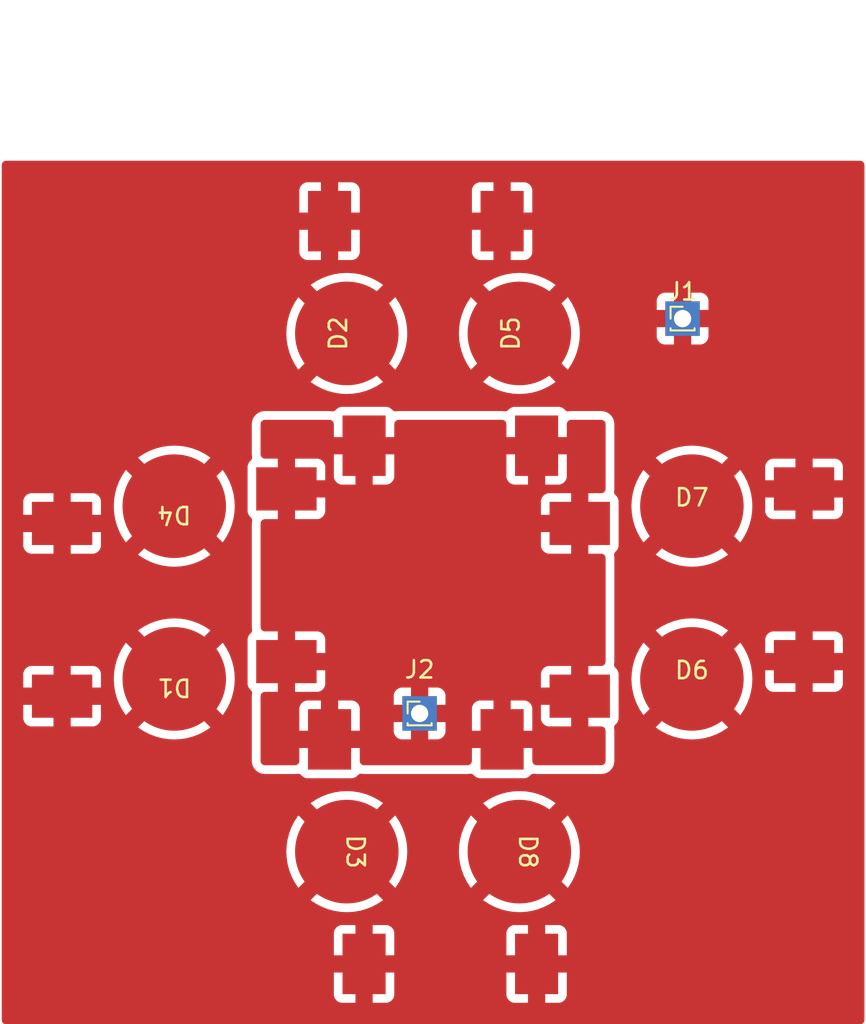
<source format=kicad_pcb>
(kicad_pcb (version 20211014) (generator pcbnew)
  (layers (0 "F.Cu" signal) (31 "B.Cu" signal) (34 "B.Paste" user) (35 "F.Paste" user) (36 "B.SilkS" user "B.Silkscreen") (37 "F.SilkS" user "F.Silkscreen") (38 "B.Mask" user) (39 "F.Mask" user) (44 "Edge.Cuts" user))
  (net 0 "")
  (net 1 "+1V5")
  (net 2 "+3V3")
  (footprint "Library:LED-Power" (layer "F.Cu") (at 95 115 180)
    (fp_text reference "D4" (at 0 -0.5 180 unlocked) (layer "F.SilkS"))
    (fp_text value "LED")
    (pad "1" smd rect (at -6.5 1 180) (size 3.5 2.5) (layers "F.Cu" "F.Paste" "F.Mask") (net 1 "+1V5"))
    (pad "2" smd circle (at 0 0 180) (size 6 6) (layers "F.Cu" "F.Paste" "F.Mask") (net 2 "+3V3"))
    (pad "2" smd rect (at 6.5 -1 180) (size 3.5 2.5) (layers "F.Cu" "F.Paste" "F.Mask") (net 2 "+3V3"))
  )
  (footprint "Connector_PinHeader_1.00mm:PinHeader_1x01_P1.00mm_Vertical" (layer "F.Cu") (at 124.46 104.14)
    (fp_text reference "J1" (at 0 -1.56) (layer "F.SilkS"))
    (fp_text value "Conn_01x01")
    (fp_line (start -0.695 -0.685) (end 0 -0.685) (layer "F.SilkS") (width 0.12))
    (fp_line (start -0.695 0.685) (end 0.695 0.685) (layer "F.SilkS") (width 0.12))
    (fp_line (start 0.695 0.685) (end 0.695 0.56) (layer "F.SilkS") (width 0.12))
    (fp_line (start 0.608276 0.685) (end 0.695 0.685) (layer "F.SilkS") (width 0.12))
    (fp_line (start -0.695 0) (end -0.695 -0.685) (layer "F.SilkS") (width 0.12))
    (fp_line (start -0.695 0.685) (end -0.608276 0.685) (layer "F.SilkS") (width 0.12))
    (fp_line (start -0.695 0.685) (end -0.695 0.56) (layer "F.SilkS") (width 0.12))
    (pad "1" thru_hole rect (at 0 0) (size 2 2) (drill 1) (layers *.Cu *.Mask) (net 2 "+3V3"))
  )
  (footprint "Connector_PinHeader_1.00mm:PinHeader_1x01_P1.00mm_Vertical" (layer "F.Cu") (at 109.22 127)
    (fp_text reference "J2" (at 0 -2.54) (layer "F.SilkS"))
    (fp_text value "Conn_01x01")
    (fp_line (start -0.695 0.685) (end -0.695 0.56) (layer "F.SilkS") (width 0.12))
    (fp_line (start -0.695 -0.685) (end 0 -0.685) (layer "F.SilkS") (width 0.12))
    (fp_line (start -0.695 0) (end -0.695 -0.685) (layer "F.SilkS") (width 0.12))
    (fp_line (start -0.695 0.685) (end -0.608276 0.685) (layer "F.SilkS") (width 0.12))
    (fp_line (start 0.608276 0.685) (end 0.695 0.685) (layer "F.SilkS") (width 0.12))
    (fp_line (start 0.695 0.685) (end 0.695 0.56) (layer "F.SilkS") (width 0.12))
    (fp_line (start -0.695 0.685) (end 0.695 0.685) (layer "F.SilkS") (width 0.12))
    (pad "1" thru_hole rect (at 0 0) (size 2 2) (drill 1) (layers *.Cu *.Mask) (net 1 "+1V5"))
  )
  (footprint "Library:LED-Power" (layer "F.Cu") (at 115 105 90)
    (fp_text reference "D5" (at 0 -0.5 90 unlocked) (layer "F.SilkS"))
    (fp_text value "LED")
    (pad "1" smd rect (at -6.5 1 90) (size 3.5 2.5) (layers "F.Cu" "F.Paste" "F.Mask") (net 1 "+1V5"))
    (pad "2" smd rect (at 6.5 -1 90) (size 3.5 2.5) (layers "F.Cu" "F.Paste" "F.Mask") (net 2 "+3V3"))
    (pad "2" smd circle (at 0 0 90) (size 6 6) (layers "F.Cu" "F.Paste" "F.Mask") (net 2 "+3V3"))
  )
  (footprint "Library:LED-Power" (layer "F.Cu") (at 105 105 90)
    (fp_text reference "D2" (at 0 -0.5 90 unlocked) (layer "F.SilkS"))
    (fp_text value "LED")
    (pad "1" smd rect (at -6.5 1 90) (size 3.5 2.5) (layers "F.Cu" "F.Paste" "F.Mask") (net 1 "+1V5"))
    (pad "2" smd circle (at 0 0 90) (size 6 6) (layers "F.Cu" "F.Paste" "F.Mask") (net 2 "+3V3"))
    (pad "2" smd rect (at 6.5 -1 90) (size 3.5 2.5) (layers "F.Cu" "F.Paste" "F.Mask") (net 2 "+3V3"))
  )
  (footprint "Library:LED-Power" (layer "F.Cu") (at 125 125)
    (fp_text reference "D6" (at 0 -0.5 unlocked) (layer "F.SilkS"))
    (fp_text value "LED")
    (pad "1" smd rect (at -6.5 1) (size 3.5 2.5) (layers "F.Cu" "F.Paste" "F.Mask") (net 1 "+1V5"))
    (pad "2" smd rect (at 6.5 -1) (size 3.5 2.5) (layers "F.Cu" "F.Paste" "F.Mask") (net 2 "+3V3"))
    (pad "2" smd circle (at 0 0) (size 6 6) (layers "F.Cu" "F.Paste" "F.Mask") (net 2 "+3V3"))
  )
  (footprint "Library:LED-Power" (layer "F.Cu") (at 105 135 -90)
    (fp_text reference "D3" (at 0 -0.5 -90 unlocked) (layer "F.SilkS"))
    (fp_text value "LED")
    (pad "1" smd rect (at -6.5 1 270) (size 3.5 2.5) (layers "F.Cu" "F.Paste" "F.Mask") (net 1 "+1V5"))
    (pad "2" smd circle (at 0 0 270) (size 6 6) (layers "F.Cu" "F.Paste" "F.Mask") (net 2 "+3V3"))
    (pad "2" smd rect (at 6.5 -1 270) (size 3.5 2.5) (layers "F.Cu" "F.Paste" "F.Mask") (net 2 "+3V3"))
  )
  (footprint "Library:LED-Power" (layer "F.Cu") (at 95 125 180)
    (fp_text reference "D1" (at 0 -0.5 180 unlocked) (layer "F.SilkS"))
    (fp_text value "LED")
    (pad "1" smd rect (at -6.5 1 180) (size 3.5 2.5) (layers "F.Cu" "F.Paste" "F.Mask") (net 1 "+1V5"))
    (pad "2" smd circle (at 0 0 180) (size 6 6) (layers "F.Cu" "F.Paste" "F.Mask") (net 2 "+3V3"))
    (pad "2" smd rect (at 6.5 -1 180) (size 3.5 2.5) (layers "F.Cu" "F.Paste" "F.Mask") (net 2 "+3V3"))
  )
  (footprint "Library:LED-Power" (layer "F.Cu") (at 125 115)
    (fp_text reference "D7" (at 0 -0.5 unlocked) (layer "F.SilkS"))
    (fp_text value "LED")
    (pad "1" smd rect (at -6.5 1) (size 3.5 2.5) (layers "F.Cu" "F.Paste" "F.Mask") (net 1 "+1V5"))
    (pad "2" smd rect (at 6.5 -1) (size 3.5 2.5) (layers "F.Cu" "F.Paste" "F.Mask") (net 2 "+3V3"))
    (pad "2" smd circle (at 0 0) (size 6 6) (layers "F.Cu" "F.Paste" "F.Mask") (net 2 "+3V3"))
  )
  (footprint "Library:LED-Power" (layer "F.Cu") (at 115 135 -90)
    (fp_text reference "D8" (at 0 -0.5 -90 unlocked) (layer "F.SilkS"))
    (fp_text value "LED")
    (pad "1" smd rect (at -6.5 1 270) (size 3.5 2.5) (layers "F.Cu" "F.Paste" "F.Mask") (net 1 "+1V5"))
    (pad "2" smd rect (at 6.5 -1 270) (size 3.5 2.5) (layers "F.Cu" "F.Paste" "F.Mask") (net 2 "+3V3"))
    (pad "2" smd circle (at 0 0 270) (size 6 6) (layers "F.Cu" "F.Paste" "F.Mask") (net 2 "+3V3"))
  )
  (zone (net 1) (net_name "+1V5") (layer "F.Cu") (priority 1) (connect_pads (clearance 0.5)) (min_thickness 0.5) (fill yes (thermal_gap 0.5) (thermal_bridge_width 1))
    (polygon (pts (xy 120 130) (xy 100 130) (xy 100 110) (xy 120 110)))
  )
  (zone (net 2) (net_name "+3V3") (layer "F.Cu") (connect_pads (clearance 0.5)) (min_thickness 0.5) (fill yes (thermal_gap 0.5) (thermal_bridge_width 1))
    (polygon (pts (xy 135 145) (xy 85 145) (xy 85 95) (xy 135 95)))
  )
)
</source>
